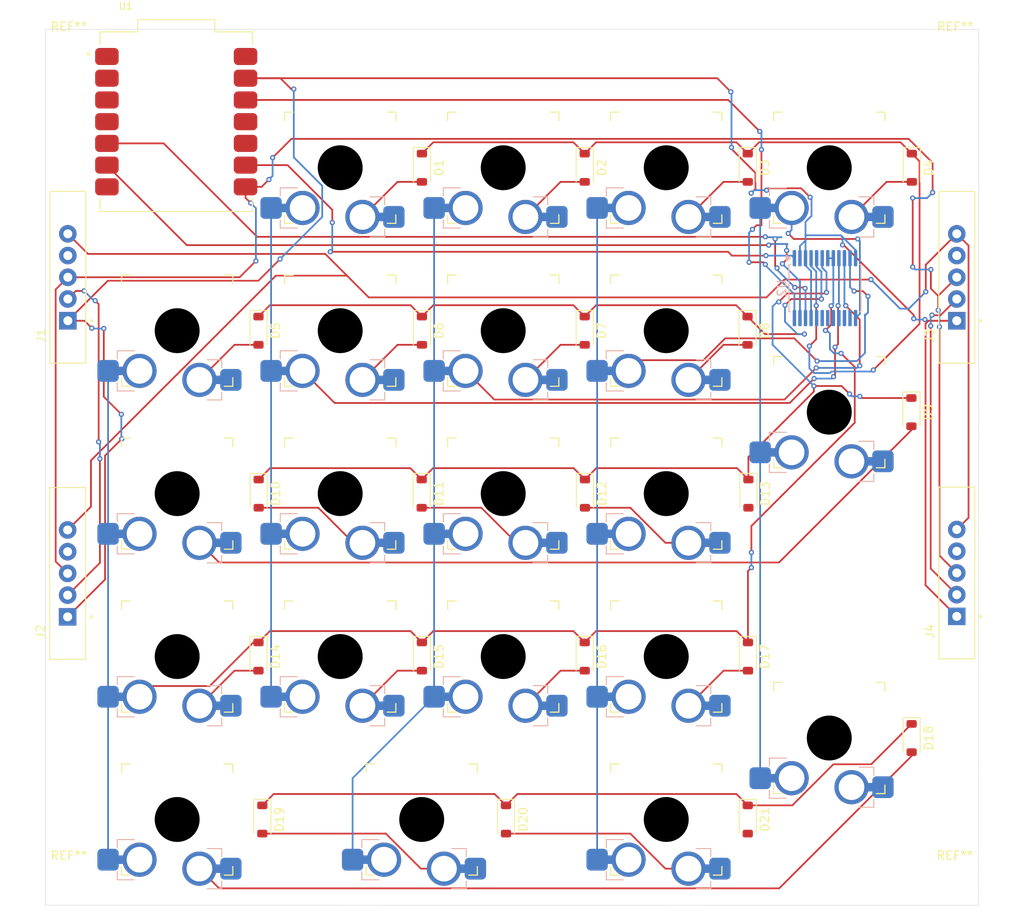
<source format=kicad_pcb>
(kicad_pcb (version 20241229) (generator "pcbnew") (generator_version "9.0")
  (layers (0 "F.Cu" signal) (2 "B.Cu" signal) (13 "F.Paste" user) (15 "B.Paste" user) (5 "F.SilkS" user "F.Silkscreen") (7 "B.SilkS" user "B.Silkscreen") (1 "F.Mask" user) (3 "B.Mask" user) (25 "Edge.Cuts" user))
  (net 0 "")
  (net 1 "Key_Row1")
  (net 2 "Net-(D1-A)")
  (net 3 "Net-(D2-A)")
  (net 4 "Net-(D3-A)")
  (net 5 "Net-(D4-A)")
  (net 6 "Net-(D5-A)")
  (net 7 "Key_Row2")
  (net 8 "Net-(D6-A)")
  (net 9 "Net-(D7-A)")
  (net 10 "Net-(D8-A)")
  (net 11 "Key_Row3")
  (net 12 "Net-(D9-A)")
  (net 13 "Net-(D10-A)")
  (net 14 "Net-(D11-A)")
  (net 15 "Net-(D12-A)")
  (net 16 "Net-(D13-A)")
  (net 17 "Key_Col1")
  (net 18 "Net-(D14-A)")
  (net 19 "Net-(D15-A)")
  (net 20 "Net-(D16-A)")
  (net 21 "Net-(D17-A)")
  (net 22 "Key_Row5")
  (net 23 "Net-(D18-A)")
  (net 24 "Net-(D19-A)")
  (net 25 "Net-(D20-A)")
  (net 26 "Net-(D21-A)")
  (net 27 "Net-(J1-Pad4)")
  (net 28 "TK")
  (net 29 "+5V")
  (net 30 "RX")
  (net 31 "GND")
  (net 32 "Net-(J2-Pad4)")
  (net 33 "3V")
  (net 34 "Key_Col2")
  (net 35 "Key_Col3")
  (net 36 "Key_Col4")
  (net 37 "Key_Col5")
  (net 38 "SDA")
  (net 44 "TX")
  (net 45 "5V")
  (net 46 "MCP_INT")
  (net 48 "SCL")
  (net 56 "Net-(J3-Pad4)")
  (net 57 "Net-(J4-Pad4)")
  (footprint "MountingHole:MountingHole_2.1mm" (layer "F.Cu") (at 127.625 27.35)
    (property "Reference" "REF**")
    (property "Value" "MountingHole_2.1mm")
  )
  (footprint "Diode_SMD:D_SOD-123" (layer "F.Cu") (at 84.325 97.95 -90)
    (property "Reference" "D16")
    (property "Value" "D")
  )
  (footprint "Diode_SMD:D_SOD-123" (layer "F.Cu") (at 46.2 59.85 -90)
    (property "Reference" "D5")
    (property "Value" "D")
  )
  (footprint "Diode_SMD:D_SOD-123" (layer "F.Cu") (at 103.45 78.9 -90)
    (property "Reference" "D13")
    (property "Value" "D")
  )
  (footprint "Diode_SMD:D_SOD-123" (layer "F.Cu") (at 46.225 78.9 -90)
    (property "Reference" "D10")
    (property "Value" "D")
  )
  (footprint "Diode_SMD:D_SOD-123" (layer "F.Cu") (at 103.4 97.95 -90)
    (property "Reference" "D17")
    (property "Value" "D")
  )
  (footprint "Diode_SMD:D_SOD-123" (layer "F.Cu") (at 84.325 59.85 -90)
    (property "Reference" "D7")
    (property "Value" "D")
  )
  (footprint "Diode_SMD:D_SOD-123" (layer "F.Cu") (at 103.375 117 -90)
    (property "Reference" "D21")
    (property "Value" "D")
  )
  (footprint "Switches_keyboard:SW_Gateron_LowProfile_HotSwap_PTH" (layer "F.Cu") (at 36.7 78.9)
    (property "Reference" "SW10" (hide yes))
    (property "Value" "SW_Push" (hide yes))
  )
  (footprint "102010428 (1):MODULE_102010428" (layer "F.Cu") (at 36.5895 35.412)
    (property "Reference" "U1")
    (property "Value" "XIAO-RP2040-SMD")
  )
  (footprint "Diode_SMD:D_SOD-123" (layer "F.Cu") (at 122.55 40.8 -90)
    (property "Reference" "D4")
    (property "Value" "D")
  )
  (footprint "MountingHole:MountingHole_2.1mm" (layer "F.Cu") (at 24.05 27.35)
    (property "Reference" "REF**")
    (property "Value" "MountingHole_2.1mm")
  )
  (footprint "5413:ADAFRUIT_5413" (layer "F.Cu") (at 23.9 88.23 90)
    (property "Reference" "J2")
    (property "Value" "5413")
  )
  (footprint "MountingHole:MountingHole_2.1mm" (layer "F.Cu") (at 24.05 124.275)
    (property "Reference" "REF**")
    (property "Value" "MountingHole_2.1mm")
  )
  (footprint "MountingHole:MountingHole_2.1mm" (layer "F.Cu") (at 127.575 124.275)
    (property "Reference" "REF**")
    (property "Value" "MountingHole_2.1mm")
  )
  (footprint "Diode_SMD:D_SOD-123" (layer "F.Cu") (at 84.35 78.9 -90)
    (property "Reference" "D12")
    (property "Value" "D")
  )
  (footprint "Switches_keyboard:SW_Gateron_LowProfile_HotSwap_PTH" (layer "F.Cu") (at 55.75 59.85)
    (property "Reference" "SW6" (hide yes))
    (property "Value" "SW_Push" (hide yes))
  )
  (footprint "Switches_keyboard:SW_Gateron_LowProfile_HotSwap_PTH" (layer "F.Cu") (at 93.85 97.95)
    (property "Reference" "SW17" (hide yes))
    (property "Value" "SW_Push" (hide yes))
  )
  (footprint "Diode_SMD:D_SOD-123" (layer "F.Cu") (at 84.325 40.8 -90)
    (property "Reference" "D2")
    (property "Value" "D")
  )
  (footprint "Switches_keyboard:SW_Gateron_LowProfile_HotSwap_PTH" (layer "F.Cu") (at 55.75 78.9)
    (property "Reference" "SW11" (hide yes))
    (property "Value" "SW_Push" (hide yes))
  )
  (footprint "Switches_keyboard:SW_Gateron_LowProfile_HotSwap_PTH" (layer "F.Cu") (at 74.8 40.8)
    (property "Reference" "SW2" (hide yes))
    (property "Value" "SW_Push" (hide yes))
  )
  (footprint "Switches_keyboard:SW_Gateron_LowProfile_HotSwap_PTH" (layer "F.Cu") (at 74.8 78.9)
    (property "Reference" "SW12" (hide yes))
    (property "Value" "SW_Push" (hide yes))
  )
  (footprint "Switches_keyboard:SW_Gateron_LowProfile_HotSwap_PTH" (layer "F.Cu") (at 93.85 59.85)
    (property "Reference" "SW8" (hide yes))
    (property "Value" "SW_Push" (hide yes))
  )
  (footprint "Diode_SMD:D_SOD-123" (layer "F.Cu") (at 103.35 59.85 -90)
    (property "Reference" "D8")
    (property "Value" "D")
  )
  (footprint "Diode_SMD:D_SOD-123" (layer "F.Cu") (at 46.2 97.95 -90)
    (property "Reference" "D14")
    (property "Value" "D")
  )
  (footprint "5413:ADAFRUIT_5413" (layer "F.Cu") (at 23.925 53.605 90)
    (property "Reference" "J1")
    (property "Value" "5413")
  )
  (footprint "Switches_keyboard:SW_Gateron_LowProfile_HotSwap_PTH" (layer "F.Cu") (at 93.85 117)
    (property "Reference" "SW21" (hide yes))
    (property "Value" "SW_Push" (hide yes))
  )
  (footprint "Diode_SMD:D_SOD-123" (layer "F.Cu") (at 122.5 69.375 -90)
    (property "Reference" "D9")
    (property "Value" "D")
  )
  (footprint "Diode_SMD:D_SOD-123" (layer "F.Cu") (at 75.125 117 -90)
    (property "Reference" "D20")
    (property "Value" "D")
  )
  (footprint "Switches_keyboard:SW_Gateron_LowProfile_HotSwap_PTH" (layer "F.Cu") (at 93.85 40.8)
    (property "Reference" "SW3" (hide yes))
    (property "Value" "SW_Push" (hide yes))
  )
  (footprint "Diode_SMD:D_SOD-123" (layer "F.Cu") (at 46.65 117 -90)
    (property "Reference" "D19")
    (property "Value" "D")
  )
  (footprint "5413:ADAFRUIT_5413" (layer "F.Cu") (at 127.8 53.605 90)
    (property "Reference" "J3")
    (property "Value" "5413")
  )
  (footprint "Diode_SMD:D_SOD-123" (layer "F.Cu") (at 122.525 107.475 -90)
    (property "Reference" "D18")
    (property "Value" "D")
  )
  (footprint "Diode_SMD:D_SOD-123" (layer "F.Cu") (at 65.3 59.85 -90)
    (property "Reference" "D6")
    (property "Value" "D")
  )
  (footprint "Diode_SMD:D_SOD-123" (layer "F.Cu") (at 65.275 78.9 -90)
    (property "Reference" "D11")
    (property "Value" "D")
  )
  (footprint "5413:ADAFRUIT_5413" (layer "F.Cu") (at 127.8 88.175 90)
    (property "Reference" "J4")
    (property "Value" "5413")
  )
  (footprint "Switches_keyboard:SW_Gateron_LowProfile_HotSwap_PTH" (layer "F.Cu") (at 112.9 69.375)
    (property "Reference" "SW9" (hide yes))
    (property "Value" "SW_Push" (hide yes))
  )
  (footprint "Switches_keyboard:SW_Gateron_LowProfile_HotSwap_PTH" (layer "F.Cu") (at 112.9 107.475)
    (property "Reference" "SW18" (hide yes))
    (property "Value" "SW_Push" (hide yes))
  )
  (footprint "Switches_keyboard:SW_Gateron_LowProfile_HotSwap_PTH" (layer "F.Cu") (at 112.9 40.8)
    (property "Reference" "SW4" (hide yes))
    (property "Value" "SW_Push" (hide yes))
  )
  (footprint "Switches_keyboard:SW_Gateron_LowProfile_HotSwap_PTH" (layer "F.Cu") (at 36.7 59.85)
    (property "Reference" "SW5" (hide yes))
    (property "Value" "SW_Push" (hide yes))
  )
  (footprint "Switches_keyboard:SW_Gateron_LowProfile_HotSwap_PTH" (layer "F.Cu") (at 74.8 97.95)
    (property "Reference" "SW16" (hide yes))
    (property "Value" "SW_Push" (hide yes))
  )
  (footprint "Switches_keyboard:SW_Gateron_LowProfile_HotSwap_PTH" (layer "F.Cu") (at 36.7 117)
    (property "Reference" "SW19" (hide yes))
    (property "Value" "SW_Push" (hide yes))
  )
  (footprint "Diode_SMD:D_SOD-123" (layer "F.Cu") (at 65.3 40.8 -90)
    (property "Reference" "D1")
    (property "Value" "D")
  )
  (footprint "Diode_SMD:D_SOD-123" (layer "F.Cu") (at 65.3 97.95 -90)
    (property "Reference" "D15")
    (property "Value" "D")
  )
  (footprint "Switches_keyboard:SW_Gateron_LowProfile_HotSwap_PTH" (layer "F.Cu") (at 55.75 40.8)
    (property "Reference" "SW1" (hide yes))
    (property "Value" "SW_Push" (hide yes))
  )
  (footprint "Diode_SMD:D_SOD-123" (layer "F.Cu") (at 103.375 40.8 -90)
    (property "Reference" "D3")
    (property "Value" "D")
  )
  (footprint "Switches_keyboard:SW_Gateron_LowProfile_HotSwap_PTH" (layer "F.Cu") (at 74.8 59.85)
    (property "Reference" "SW7" (hide yes))
    (property "Value" "SW_Push" (hide yes))
  )
  (footprint "Switches_keyboard:SW_Gateron_LowProfile_HotSwap_PTH" (layer "F.Cu") (at 65.275 117)
    (property "Reference" "SW20" (hide yes))
    (property "Value" "SW_Push" (hide yes))
  )
  (footprint "Switches_keyboard:SW_Gateron_LowProfile_HotSwap_PTH" (layer "F.Cu") (at 36.7 97.95)
    (property "Reference" "SW14" (hide yes))
    (property "Value" "SW_Push" (hide yes))
  )
  (footprint "Switches_keyboard:SW_Gateron_LowProfile_HotSwap_PTH" (layer "F.Cu") (at 93.85 78.9)
    (property "Reference" "SW13" (hide yes))
    (property "Value" "SW_Push" (hide yes))
  )
  (footprint "Switches_keyboard:SW_Gateron_LowProfile_HotSwap_PTH" (layer "F.Cu") (at 55.75 97.95)
    (property "Reference" "SW15" (hide yes))
    (property "Value" "SW_Push" (hide yes))
  )
  (footprint "Package_SO:SSOP-24_5.3x8.2mm_P0.65mm" (layer "B.Cu") (at 112.4 54.875 -90)
    (property "Reference" "U2")
    (property "Value" "PCF8575DBR")
  )
  (gr_line (start 130.375 24.6) (end 130.325 127.025) (stroke (width 0.05)) (layer "Edge.Cuts"))
  (gr_line (start 124.675 127.025) (end 25.99998 127.014989) (stroke (width 0.05)) (layer "Edge.Cuts"))
  (gr_line (start 21.3 24.6) (end 21.3 127.014512) (stroke (width 0.05)) (layer "Edge.Cuts"))
  (gr_line (start 130.325 127.025) (end 124.675 127.025) (stroke (width 0.05)) (layer "Edge.Cuts"))
  (gr_line (start 21.3 24.6) (end 124.675 24.6) (stroke (width 0.05)) (layer "Edge.Cuts"))
  (gr_line (start 25.99998 127.014989) (end 21.3 127.014512) (stroke (width 0.05)) (layer "Edge.Cuts"))
  (gr_line (start 130.375 24.6) (end 124.675 24.6) (stroke (width 0.05)) (layer "Edge.Cuts"))
  (segment (start 121.224 37.824) (end 122.55 39.15) (width 0.2) (layer "F.Cu") (net 1))
  (segment (start 84.325 39.15) (end 85.651 37.824) (width 0.2) (layer "F.Cu") (net 1))
  (segment (start 84.325 39.15) (end 82.999 37.824) (width 0.2) (layer "F.Cu") (net 1))
  (segment (start 85.651 37.824) (end 102.049 37.824) (width 0.2) (layer "F.Cu") (net 1))
  (segment (start 123.451 40.051) (end 123.451 59.048996) (width 0.2) (layer "F.Cu") (net 1))
  (segment (start 66.626 37.824) (end 65.3 39.15) (width 0.2) (layer "F.Cu") (net 1))
  (segment (start 123.451 59.048996) (end 118.049263 64.450733) (width 0.2) (layer "F.Cu") (net 1))
  (segment (start 102.049 37.824) (end 103.375 39.15) (width 0.2) (layer "F.Cu") (net 1))
  (segment (start 122.55 39.15) (end 123.451 40.051) (width 0.2) (layer "F.Cu") (net 1))
  (segment (start 103.375 39.15) (end 104.701 37.824) (width 0.2) (layer "F.Cu") (net 1))
  (segment (start 104.701 37.824) (end 121.224 37.824) (width 0.2) (layer "F.Cu") (net 1))
  (segment (start 111.377717 60.847283) (end 110.575 61.65) (width 0.2) (layer "F.Cu") (net 1))
  (segment (start 111.377717 56.925) (end 111.377717 60.847283) (width 0.2) (layer "F.Cu") (net 1))
  (segment (start 82.999 37.824) (end 66.626 37.824) (width 0.2) (layer "F.Cu") (net 1))
  (via (at 118.049263 64.450733) (size 0.6) (drill 0.3) (layers "F.Cu" "B.Cu") (net 1))
  (via (at 111.377717 56.925) (size 0.6) (drill 0.3) (layers "F.Cu" "B.Cu") (net 1))
  (via (at 110.575 61.65) (size 0.6) (drill 0.3) (layers "F.Cu" "B.Cu") (net 1))
  (segment (start 110.775 52.324999) (end 111.377717 52.927716) (width 0.2) (layer "B.Cu") (net 1))
  (segment (start 117.875996 64.624) (end 113.151057 64.624) (width 0.2) (layer "B.Cu") (net 1))
  (segment (start 111.377717 52.927716) (end 111.377717 56.925) (width 0.2) (layer "B.Cu") (net 1))
  (segment (start 110.575 64.249943) (end 110.575 61.65) (width 0.2) (layer "B.Cu") (net 1))
  (segment (start 118.049263 64.450733) (end 117.875996 64.624) (width 0.2) (layer "B.Cu") (net 1))
  (segment (start 113.151057 64.624) (end 112.974057 64.801) (width 0.2) (layer "B.Cu") (net 1))
  (segment (start 110.775 51.375) (end 110.775 52.324999) (width 0.2) (layer "B.Cu") (net 1))
  (segment (start 112.974057 64.801) (end 111.126057 64.801) (width 0.2) (layer "B.Cu") (net 1))
  (segment (start 111.126057 64.801) (end 110.575 64.249943) (width 0.2) (layer "B.Cu") (net 1))
  (segment (start 65.3 42.45) (end 62.45 42.45) (width 0.2) (layer "F.Cu") (net 2))
  (segment (start 62.45 42.45) (end 58.35 46.55) (width 0.2) (layer "F.Cu") (net 2))
  (segment (start 84.325 42.45) (end 81.5 42.45) (width 0.2) (layer "F.Cu") (net 3))
  (segment (start 81.5 42.45) (end 77.4 46.55) (width 0.2) (layer "F.Cu") (net 3))
  (segment (start 100.55 42.45) (end 96.45 46.55) (width 0.2) (layer "F.Cu") (net 4))
  (segment (start 103.375 42.45) (end 100.55 42.45) (width 0.2) (layer "F.Cu") (net 4))
  (segment (start 122.55 42.45) (end 119.6 42.45) (width 0.2) (layer "F.Cu") (net 5))
  (segment (start 119.6 42.45) (end 115.5 46.55) (width 0.2) (layer "F.Cu") (net 5))
  (segment (start 43.4 61.5) (end 39.3 65.6) (width 0.2) (layer "F.Cu") (net 6))
  (segment (start 46.2 61.5) (end 43.4 61.5) (width 0.2) (layer "F.Cu") (net 6))
  (segment (start 66.626 56.874) (end 82.999 56.874) (width 0.2) (layer "F.Cu") (net 7))
  (segment (start 63.974 56.874) (end 65.3 58.2) (width 0.2) (layer "F.Cu") (net 7))
  (segment (start 85.651 56.874) (end 102.024 56.874) (width 0.2) (layer "F.Cu") (net 7))
  (segment (start 82.999 56.874) (end 84.325 58.2) (width 0.2) (layer "F.Cu") (net 7))
  (segment (start 84.325 58.2) (end 85.651 56.874) (width 0.2) (layer "F.Cu") (net 7))
  (segment (start 105.4 60.25) (end 103.35 58.2) (width 0.2) (layer "F.Cu") (net 7))
  (segment (start 65.3 58.2) (end 66.626 56.874) (width 0.2) (layer "F.Cu") (net 7))
  (segment (start 110 60.25) (end 105.4 60.25) (width 0.2) (layer "F.Cu") (net 7))
  (segment (start 108.45 56.15) (end 107.725 56.875) (width 0.2) (layer "F.Cu") (net 7))
  (segment (start 46.2 58.2) (end 47.526 56.874) (width 0.2) (layer "F.Cu") (net 7))
  (segment (start 102.024 56.874) (end 103.35 58.2) (width 0.2) (layer "F.Cu") (net 7))
  (segment (start 111.977717 56.15) (end 108.45 56.15) (width 0.2) (layer "F.Cu") (net 7))
  (segment (start 47.526 56.874) (end 63.974 56.874) (width 0.2) (layer "F.Cu") (net 7))
  (via (at 107.725 56.875) (size 0.6) (drill 0.3) (layers "F.Cu" "B.Cu") (net 7))
  (via (at 111.977717 56.15) (size 0.6) (drill 0.3) (layers "F.Cu" "B.Cu") (net 7))
  (via (at 110 60.25) (size 0.6) (drill 0.3) (layers "F.Cu" "B.Cu") (net 7))
  (segment (start 107.725 56.875) (end 107.725 58.79487) (width 0.2) (layer "B.Cu") (net 7))
  (segment (start 111.425 51.375) (end 111.425 52.407899) (width 0.2) (layer "B.Cu") (net 7))
  (segment (start 111.425 52.407899) (end 111.977717 52.960616) (width 0.2) (layer "B.Cu") (net 7))
  (segment (start 107.725 58.79487) (end 109.18013 60.25) (width 0.2) (layer "B.Cu") (net 7))
  (segment (start 111.977717 52.960616) (end 111.977717 56.15) (width 0.2) (layer "B.Cu") (net 7))
  (segment (start 109.18013 60.25) (end 110 60.25) (width 0.2) (layer "B.Cu") (net 7))
  (segment (start 62.45 61.5) (end 58.35 65.6) (width 0.2) (layer "F.Cu") (net 8))
  (segment (start 65.3 61.5) (end 62.45 61.5) (width 0.2) (layer "F.Cu") (net 8))
  (segment (start 81.5 61.5) (end 77.4 65.6) (width 0.2) (layer "F.Cu") (net 9))
  (segment (start 84.325 61.5) (end 81.5 61.5) (width 0.2) (layer "F.Cu") (net 9))
  (segment (start 103.35 61.5) (end 100.55 61.5) (width 0.2) (layer "F.Cu") (net 10))
  (segment (start 100.55 61.5) (end 96.45 65.6) (width 0.2) (layer "F.Cu") (net 10))
  (segment (start 47.551 75.924) (end 63.949 75.924) (width 0.2) (layer "F.Cu") (net 11))
  (segment (start 111.104455 66.961845) (end 103.45 74.6163) (width 0.2) (layer "F.Cu") (net 11))
  (segment (start 111.104455 66.319075) (end 111.104455 66.961845) (width 0.2) (layer "F.Cu") (net 11))
  (segment (start 85.676 75.924) (end 102.124 75.924) (width 0.2) (layer "F.Cu") (net 11))
  (segment (start 46.225 77.25) (end 47.551 75.924) (width 0.2) (layer "F.Cu") (net 11))
  (segment (start 83.024 75.924) (end 84.35 77.25) (width 0.2) (layer "F.Cu") (net 11))
  (segment (start 103.45 74.6163) (end 103.45 77.25) (width 0.2) (layer "F.Cu") (net 11))
  (segment (start 112.577717 55.375) (end 112.451689 55.501028) (width 0.2) (layer "F.Cu") (net 11))
  (segment (start 112.451689 55.501028) (end 107.983387 55.501028) (width 0.2) (layer "F.Cu") (net 11))
  (segment (start 115.276 67.25) (end 114.345075 66.319075) (width 0.2) (layer "F.Cu") (net 11))
  (segment (start 84.35 77.25) (end 85.676 75.924) (width 0.2) (layer "F.Cu") (net 11))
  (segment (start 107.983387 55.501028) (end 107.000382 56.484033) (width 0.2) (layer "F.Cu") (net 11))
  (segment (start 114.345075 66.319075) (end 111.104455 66.319075) (width 0.2) (layer "F.Cu") (net 11))
  (segment (start 63.949 75.924) (end 65.275 77.25) (width 0.2) (layer "F.Cu") (net 11))
  (segment (start 65.275 77.25) (end 66.601 75.924) (width 0.2) (layer "F.Cu") (net 11))
  (segment (start 66.601 75.924) (end 83.024 75.924) (width 0.2) (layer "F.Cu") (net 11))
  (segment (start 120.475001 67.725) (end 116.676 67.725) (width 0.2) (layer "F.Cu") (net 11))
  (segment (start 116.676 67.725) (end 116.476 67.525) (width 0.2) (layer "F.Cu") (net 11))
  (segment (start 120.475001 67.725) (end 122.5 67.725) (width 0.2) (layer "F.Cu") (net 11))
  (segment (start 102.124 75.924) (end 103.45 77.25) (width 0.2) (layer "F.Cu") (net 11))
  (via (at 107.000382 56.484033) (size 0.6) (drill 0.3) (layers "F.Cu" "B.Cu") (net 11))
  (via (at 112.577717 55.375) (size 0.6) (drill 0.3) (layers "F.Cu" "B.Cu") (net 11))
  (via (at 111.104455 66.319075) (size 0.6) (drill 0.3) (layers "F.Cu" "B.Cu") (net 11))
  (via (at 116.476 67.525) (size 0.6) (drill 0.3) (layers "F.Cu" "B.Cu") (net 11))
  (via (at 115.276 67.25) (size 0.6) (drill 0.3) (layers "F.Cu" "B.Cu") (net 11))
  (segment (start 106.816024 56.484033) (end 106.274735 57.025322) (width 0.2) (layer "B.Cu") (net 11))
  (segment (start 112.075 51.375) (end 112.075 52.490799) (width 0.2) (layer "B.Cu") (net 11))
  (segment (start 106.274735 61.489355) (end 111.104455 66.319075) (width 0.2) (layer "B.Cu") (net 11))
  (segment (start 106.274735 57.025322) (end 106.274735 61.489355) (width 0.2) (layer "B.Cu") (net 11))
  (segment (start 116.476 67.525) (end 115.551 67.525) (width 0.2) (layer "B.Cu") (net 11))
  (segment (start 112.075 52.490799) (end 112.577717 52.993516) (width 0.2) (layer "B.Cu") (net 11))
  (segment (start 112.577717 52.993516) (end 112.577717 55.375) (width 0.2) (layer "B.Cu") (net 11))
  (segment (start 107.000382 56.484033) (end 106.816024 56.484033) (width 0.2) (layer "B.Cu") (net 11))
  (segment (start 115.551 67.525) (end 115.276 67.25) (width 0.2) (layer "B.Cu") (net 11))
  (segment (start 122.5 71.475) (end 107.024 86.951) (width 0.2) (layer "F.Cu") (net 12))
  (segment (start 122.5 71.025) (end 122.5 71.475) (width 0.2) (layer "F.Cu") (net 12))
  (segment (start 107.024 86.951) (end 41.601 86.951) (width 0.2) (layer "F.Cu") (net 12))
  (segment (start 41.601 86.951) (end 39.3 84.65) (width 0.2) (layer "F.Cu") (net 12))
  (segment (start 57.2913 84.65) (end 53.1913 80.55) (width 0.2) (layer "F.Cu") (net 13))
  (segment (start 53.1913 80.55) (end 46.225 80.55) (width 0.2) (layer "F.Cu") (net 13))
  (segment (start 58.35 84.65) (end 57.2913 84.65) (width 0.2) (layer "F.Cu") (net 13))
  (segment (start 72.2413 80.55) (end 65.275 80.55) (width 0.2) (layer "F.Cu") (net 14))
  (segment (start 76.3413 84.65) (end 72.2413 80.55) (width 0.2) (layer "F.Cu") (net 14))
  (segment (start 77.4 84.65) (end 76.3413 84.65) (width 0.2) (layer "F.Cu") (net 14))
  (segment (start 89.654106 80.55) (end 84.35 80.55) (width 0.2) (layer "F.Cu") (net 15))
  (segment (start 96.45 84.65) (end 93.754106 84.65) (width 0.2) (layer "F.Cu") (net 15))
  (segment (start 93.754106 84.65) (end 89.654106 80.55) (width 0.2) (layer "F.Cu") (net 15))
  (segment (start 113.118915 59.156085) (end 112.45 59.825) (width 0.2) (layer "F.Cu") (net 17))
  (segment (start 85.651 94.974) (end 84.325 96.3) (width 0.2) (layer "F.Cu") (net 17))
  (segment (start 66.626 94.974) (end 65.3 96.3) (width 0.2) (layer "F.Cu") (net 17))
  (segment (start 115.876 64.101) (end 114.275 62.5) (width 0.2) (layer "F.Cu") (net 17))
  (segment (start 84.325 96.3) (end 82.999 94.974) (width 0.2) (layer "F.Cu") (net 17))
  (segment (start 103.4 96.3) (end 102.074 94.974) (width 0.2) (layer "F.Cu") (net 17))
  (segment (start 103.4 87.951) (end 103.8 87.551) (width 0.2) (layer "F.Cu") (net 17))
  (segment (start 33.551 101.399) (end 40.501 101.399) (width 0.2) (layer "F.Cu") (net 17))
  (segment (start 65.3 96.3) (end 63.974 94.974) (width 0.2) (layer "F.Cu") (net 17))
  (segment (start 113.118915 56.944699) (end 113.118915 59.156085) (width 0.2) (layer "F.Cu") (net 17))
  (segment (start 32.3 102.65) (end 33.551 101.399) (width 0.2) (layer "F.Cu") (net 17))
  (segment (start 115.876 70.6077) (end 115.876 64.101) (width 0.2) (layer "F.Cu") (net 17))
  (segment (start 103.4 96.3) (end 103.4 87.951) (width 0.2) (layer "F.Cu") (net 17))
  (segment (start 47.526 94.974) (end 46.2 96.3) (width 0.2) (layer "F.Cu") (net 17))
  (segment (start 82.999 94.974) (end 66.626 94.974) (width 0.2) (layer "F.Cu") (net 17))
  (segment (start 45.6 96.3) (end 46.2 96.3) (width 0.2) (layer "F.Cu") (net 17))
  (segment (start 40.501 101.399) (end 45.6 96.3) (width 0.2) (layer "F.Cu") (net 17))
  (segment (start 103.8 82.6837) (end 115.876 70.6077) (width 0.2) (layer "F.Cu") (net 17))
  (segment (start 102.074 94.974) (end 85.651 94.974) (width 0.2) (layer "F.Cu") (net 17))
  (segment (start 63.974 94.974) (end 47.526 94.974) (width 0.2) (layer "F.Cu") (net 17))
  (segment (start 103.8 85.775) (end 103.8 82.6837) (width 0.2) (layer "F.Cu") (net 17))
  (via (at 114.275 62.5) (size 0.6) (drill 0.3) (layers "F.Cu" "B.Cu") (net 17))
  (via (at 103.8 87.551) (size 0.6) (drill 0.3) (layers "F.Cu" "B.Cu") (net 17))
  (via (at 113.118915 56.944699) (size 0.6) (drill 0.3) (layers "F.Cu" "B.Cu") (net 17))
  (via (at 103.8 85.775) (size 0.6) (drill 0.3) (layers "F.Cu" "B.Cu") (net 17))
  (via (at 112.45 59.825) (size 0.6) (drill 0.3) (layers "F.Cu" "B.Cu") (net 17))
  (segment (start 113.375 51.375) (end 113.375 56.688614) (width 0.2) (layer "B.Cu") (net 17))
  (segment (start 113.375 56.688614) (end 113.118915 56.944699) (width 0.2) (layer "B.Cu") (net 17))
  (segment (start 28.625 64.55) (end 28.625 83.6) (width 0.2) (layer "B.Cu") (net 17))
  (segment (start 28.625 83.6) (end 28.625 102.65) (width 0.2) (layer "B.Cu") (net 17))
  (segment (start 28.625 102.65) (end 28.625 121.7) (width 0.2) (layer "B.Cu") (net 17))
  (segment (start 113.450057 62.5) (end 112.974 62.023943) (width 0.2) (layer "B.Cu") (net 17))
  (segment (start 112.623 59.825) (end 112.974 60.176) (width 0.2) (layer "B.Cu") (net 17))
  (segment (start 114.275 62.5) (end 113.450057 62.5) (width 0.2) (layer "B.Cu") (net 17))
  (segment (start 103.8 87.551) (end 103.8 85.775) (width 0.2) (layer "B.Cu") (net 17))
  (segment (start 112.45 59.825) (end 112.623 59.825) (width 0.2) (layer "B.Cu") (net 17))
  (segment (start 112.725 51.375) (end 113.375 51.375) (width 0.2) (layer "B.Cu") (net 17))
  (segment (start 112.974 62.023943) (end 112.974 60.176) (width 0.2) (layer "B.Cu") (net 17))
  (segment (start 43.4 99.6) (end 39.3 103.7) (width 0.2) (layer "F.Cu") (net 18))
  (segment (start 46.2 99.6) (end 43.4 99.6) (width 0.2) (layer "F.Cu") (net 18))
  (segment (start 62.45 99.6) (end 58.35 103.7) (width 0.2) (layer "F.Cu") (net 19))
  (segment (start 65.3 99.6) (end 62.45 99.6) (width 0.2) (layer "F.Cu") (net 19))
  (segment (start 81.5 99.6) (end 77.4 103.7) (width 0.2) (layer "F.Cu") (net 20))
  (segment (start 84.325 99.6) (end 81.5 99.6) (width 0.2) (layer "F.Cu") (net 20))
  (segment (start 103.4 99.6) (end 100.55 99.6) (width 0.2) (layer "F.Cu") (net 21))
  (segment (start 100.55 99.6) (end 96.45 103.7) (width 0.2) (layer "F.Cu") (net 21))
  (segment (start 73.799 114.024) (end 75.125 115.35) (width 0.2) (layer "F.Cu") (net 22))
  (segment (start 47.976 114.024) (end 73.799 114.024) (width 0.2) (layer "F.Cu") (net 22))
  (segment (start 113.381159 110.547947) (end 108.579106 115.35) (width 0.2) (layer "F.Cu") (net 22))
  (segment (start 76.451 114.024) (end 75.125 115.35) (width 0.2) (layer "F.Cu") (net 22))
  (segment (start 46.65 115.35) (end 47.976 114.024) (width 0.2) (layer "F.Cu") (net 22))
  (segment (start 103.375 115.35) (end 102.049 114.024) (width 0.2) (layer "F.Cu") (net 22))
  (segment (start 117.802053 110.547947) (end 113.381159 110.547947) (width 0.2) (layer "F.Cu") (net 22))
  (segment (start 102.049 114.024) (end 76.451 114.024) (width 0.2) (layer "F.Cu") (net 22))
  (segment (start 108.579106 115.35) (end 103.375 115.35) (width 0.2) (layer "F.Cu") (net 22))
  (segment (start 122.525 105.825) (end 117.802053 110.547947) (width 0.2) (layer "F.Cu") (net 22))
  (segment (start 122.525 109.125) (end 122.525 109.575) (width 0.2) (layer "F.Cu") (net 23))
  (segment (start 107.049 125.051) (end 41.601 125.051) (width 0.2) (layer "F.Cu") (net 23))
  (segment (start 41.601 125.051) (end 39.3 122.75) (width 0.2) (layer "F.Cu") (net 23))
  (segment (start 122.525 109.575) (end 107.049 125.051) (width 0.2) (layer "F.Cu") (net 23))
  (segment (start 67.875 122.75) (end 65.179106 122.75) (width 0.2) (layer "F.Cu") (net 24))
  (segment (start 61.079106 118.65) (end 46.65 118.65) (width 0.2) (layer "F.Cu") (net 24))
  (segment (start 65.179106 122.75) (end 61.079106 118.65) (width 0.2) (layer "F.Cu") (net 24))
  (segment (start 89.654106 118.65) (end 75.125 118.65) (width 0.2) (layer "F.Cu") (net 25))
  (segment (start 96.45 122.75) (end 93.754106 122.75) (width 0.2) (layer "F.Cu") (net 25))
  (segment (start 93.754106 122.75) (end 89.654106 118.65) (width 0.2) (layer "F.Cu") (net 25))
  (segment (start 125.894 58.051) (end 127.8 56.145) (width 0.2) (layer "F.Cu") (net 28))
  (segment (start 124.9 58.025) (end 124.926 58.051) (width 0.2) (layer "F.Cu") (net 28))
  (segment (start 27.525 56.75) (end 27.116765 56.341765) (width 0.2) (layer "F.Cu") (net 28))
  (segment (start 23.9 90.77) (end 27.672212 86.997788) (width 0.2) (layer "F.Cu") (net 28))
  (segment (start 124.75 87.665) (end 124.75 59.285) (width 0.2) (layer "F.Cu") (net 28))
  (segment (start 25.825 55.2) (end 24.87 55.2) (width 0.2) (layer "F.Cu") (net 28))
  (segment (start 27.525 72.85) (end 27.525 56.75) (width 0.2) (layer "F.Cu") (net 28))
  (segment (start 127.8 90.715) (end 124.75 87.665) (width 0.2) (layer "F.Cu") (net 28))
  (segment (start 24.87 55.2) (end 23.925 56.145) (width 0.2) (layer "F.Cu") (net 28))
  (segment (start 27.672212 86.997788) (end 27.672212 74.822212) (width 0.2) (layer "F.Cu") (net 28))
  (segment (start 124.926 58.051) (end 125.894 58.051) (width 0.2) (layer "F.Cu") (net 28))
  (via (at 27.525 72.85) (size 0.6) (drill 0.3) (layers "F.Cu" "B.Cu") (net 28))
  (via (at 27.116765 56.341765) (size 0.6) (drill 0.3) (layers "F.Cu" "B.Cu") (net 28))
  (via (at 124.75 59.285) (size 0.6) (drill 0.3) (layers "F.Cu" "B.Cu") (net 28))
  (via (at 25.825 55.2) (size 0.6) (drill 0.3) (layers "F.Cu" "B.Cu") (net 28))
  (via (at 124.9 58.025) (size 0.6) (drill 0.3) (layers "F.Cu" "B.Cu") (net 28))
  (via (at 27.672212 74.822212) (size 0.6) (drill 0.3) (layers "F.Cu" "B.Cu") (net 28))
  (segment (start 124.75 59.285) (end 124.75 58.175) (width 0.2) (layer "B.Cu") (net 28))
  (segment (start 26.966765 56.341765) (end 25.825 55.2) (width 0.2) (layer "B.Cu") (net 28))
  (segment (start 27.116765 56.341765) (end 26.966765 56.341765) (width 0.2) (layer "B.Cu") (net 28))
  (segment (start 27.672212 74.822212) (end 27.672212 72.997212) (width 0.2) (layer "B.Cu") (net 28))
  (segment (start 124.75 58.175) (end 124.9 58.025) (width 0.2) (layer "B.Cu") (net 28))
  (segment (start 27.672212 72.997212) (end 27.525 72.85) (width 0.2) (layer "B.Cu") (net 28))
  (segment (start 23.9 83.15) (end 26.626 80.424) (width 0.2) (layer "F.Cu") (net 29))
  (segment (start 124.175 52.15) (end 127.8 48.525) (width 0.2) (layer "F.Cu") (net 29))
  (segment (start 56.537529 53.412471) (end 59.083607 55.95855) (width 0.2) (layer "F.Cu") (net 29))
  (segment (start 129.175 49.9) (end 127.8 48.525) (width 0.2) (layer "F.Cu") (net 29))
  (segment (start 26.273943 50.873943) (end 53.999 50.873943) (width 0.2) (layer "F.Cu") (net 29))
  (segment (start 127.8 83.095) (end 129.175 81.72) (width 0.2) (layer "F.Cu") (net 29))
  (segment (start 48.233423 53.412471) (end 56.537529 53.412471) (width 0.2) (layer "F.Cu") (net 29))
  (segment (start 129.175 81.72) (end 129.175 49.9) (width 0.2) (layer "F.Cu") (net 29))
  (segment (start 124.175 55.3) (end 124.175 52.15) (width 0.2) (layer "F.Cu") (net 29))
  (segment (start 26.626 75.019894) (end 48.233423 53.412471) (width 0.2) (layer "F.Cu") (net 29))
  (segment (start 107.64357 53.875) (end 105.56002 55.95855) (width 0.2) (layer "F.Cu") (net 29))
  (segment (start 23.925 48.525) (end 26.273943 50.873943) (width 0.2) (layer "F.Cu") (net 29))
  (segment (start 53.999 50.873943) (end 56.537529 53.412471) (width 0.2) (layer "F.Cu") (net 29))
  (segment (start 117.775 53.875) (end 107.64357 53.875) (width 0.2) (layer "F.Cu") (net 29))
  (segment (start 59.083607 55.95855) (end 105.56002 55.95855) (width 0.2) (layer "F.Cu") (net 29))
  (segment (start 26.626 80.424) (end 26.626 75.019894) (width 0.2) (layer "F.Cu") (net 29))
  (via (at 124.175 55.3) (size 0.6) (drill 0.3) (layers "F.Cu" "B.Cu") (net 29))
  (via (at 117.775 53.875) (size 0.6) (drill 0.3) (layers "F.Cu" "B.Cu") (net 29))
  (segment (start 121.174265 57.274265) (end 117.775 53.875) (width 0.2) (layer "B.Cu") (net 29))
  (segment (start 122.200735 57.274265) (end 121.174265 57.274265) (width 0.2) (layer "B.Cu") (net 29))
  (segment (start 122.200735 57.274265) (end 124.175 55.3) (width 0.2) (layer "B.Cu") (net 29))
  (segment (start 44.6895 44.3145) (end 44.6895 43.032) (width 0.2) (layer "F.Cu") (net 30))
  (segment (start 125.775 86.15) (end 125.775 59.4) (width 0.2) (layer "F.Cu") (net 30))
  (segment (start 122.17311 37.423) (end 50.052 37.423) (width 0.2) (layer "F.Cu") (net 30))
  (segment (start 122.65 52.4) (end 122.65 44.35) (width 0.2) (layer "F.Cu") (net 30))
  (segment (start 124.975 40.22489) (end 122.17311 37.423) (width 0.2) (layer "F.Cu") (net 30))
  (segment (start 47.425 42.175) (end 46.568 43.032) (width 0.2) (layer "F.Cu") (net 30))
  (segment (start 23.9 88.23) (end 22.5 86.83) (width 0.2) (layer "F.Cu") (net 30))
  (segment (start 125.625 55.78) (end 127.8 53.605) (width 0.2) (layer "F.Cu") (net 30))
  (segment (start 46.568 43.032) (end 44.6895 43.032) (width 0.2) (layer "F.Cu") (net 30))
  (segment (start 43.995 53.605) (end 45.9 51.7) (width 0.2) (layer "F.Cu") (net 30))
  (segment (start 125.625 57.45) (end 125.625 55.78) (width 0.2) (layer "F.Cu") (net 30))
  (segment (start 45.3 44.925) (end 44.6895 44.3145) (width 0.2) (layer "F.Cu") (net 30))
  (segment (start 125.625 55.78) (end 124.775 54.93) (width 0.2) (layer "F.Cu") (net 30))
  (segment (start 22.5 86.83) (end 22.5 55.03) (width 0.2) (layer "F.Cu") (net 30))
  (segment (start 127.8 88.175) (end 125.775 86.15) (width 0.2) (layer "F.Cu") (net 30))
  (segment (start 124.775 54.93) (end 124.775 52.7) (width 0.2) (layer "F.Cu") (net 30))
  (segment (start 124.975 43.7) (end 124.975 40.22489) (width 0.2) (layer "F.Cu") (net 30))
  (segment (start 22.5 55.03) (end 23.925 53.605) (width 0.2) (layer "F.Cu") (net 30))
  (segment (start 50.052 37.423) (end 47.85 39.625) (width 0.2) (layer "F.Cu") (net 30))
  (segment (start 23.925 53.605) (end 43.995 53.605) (width 0.2) (layer "F.Cu") (net 30))
  (via (at 122.65 44.35) (size 0.6) (drill 0.3) (layers "F.Cu" "B.Cu") (net 30))
  (via (at 47.85 39.625) (size 0.6) (drill 0.3) (layers "F.Cu" "B.Cu") (net 30))
  (via (at 45.9 51.7) (size 0.6) (drill 0.3) (layers "F.Cu" "B.Cu") (net 30))
  (via (at 124.775 52.7) (size 0.6) (drill 0.3) (layers "F.Cu" "B.Cu") (net 30))
  (via (at 125.625 57.45) (size 0.6) (drill 0.3) (layers "F.Cu" "B.Cu") (net 30))
  (via (at 47.425 42.175) (size 0.6) (drill 0.3) (layers "F.Cu" "B.Cu") (net 30))
  (via (at 45.3 44.925) (size 0.6) (drill 0.3) (layers "F.Cu" "B.Cu") (net 30))
  (via (at 122.65 52.4) (size 0.6) (drill 0.3) (layers "F.Cu" "B.Cu") (net 30))
  (via (at 124.975 43.7) (size 0.6) (drill 0.3) (layers "F.Cu" "B.Cu") (net 30))
  (via (at 125.775 59.4) (size 0.6) (drill 0.3) (layers "F.Cu" "B.Cu") (net 30))
  (segment (start 47.85 41.75) (end 47.425 42.175) (width 0.2) (layer "B.Cu") (net 30))
  (segment (start 122.65 44.35) (end 124.325 44.35) (width 0.2) (layer "B.Cu") (net 30))
  (segment (start 125.775 57.6) (end 125.625 57.45) (width 0.2) (layer "B.Cu") (net 30))
  (segment (start 45.9 51.7) (end 45.9 45.525) (width 0.2) (layer "B.Cu") (net 30))
  (segment (start 122.95 52.7) (end 122.65 52.4) (width 0.2) (layer "B.Cu") (net 30))
  (segment (start 125.775 59.4) (end 125.775 57.6) (width 0.2) (layer "B.Cu") (net 30))
  (segment (start 47.85 39.625) (end 47.85 41.75) (width 0.2) (layer "B.Cu") (net 30))
  (segment (start 45.9 45.525) (end 45.3 44.925) (width 0.2) (layer "B.Cu") (net 30))
  (segment (start 124.325 44.35) (end 124.975 43.7) (width 0.2) (layer "B.Cu") (net 30))
  (segment (start 124.775 52.7) (end 122.95 52.7) (width 0.2) (layer "B.Cu") (net 30))
  (segment (start 48.757 30.332) (end 44.6895 30.332) (width 0.2) (layer "F.Cu") (net 31))
  (segment (start 50.325 31.6) (end 50.025 31.6) (width 0.2) (layer "F.Cu") (net 31))
  (segment (start 101.475 38.60011) (end 101.475 38.425) (width 0.2) (layer "F.Cu") (net 31))
  (segment (start 50.025 31.6) (end 48.757 30.332) (width 0.2) (layer "F.Cu") (net 31))
  (segment (start 114.575 49.825) (end 122.775 58.025) (width 0.2) (layer "F.Cu") (net 31))
  (segment (start 124.149 89.604) (end 127.8 93.255) (width 0.2) (layer "F.Cu") (net 31))
  (segment (start 124.500057 58.685) (end 124.149 59.036057) (width 0.2) (layer "F.Cu") (net 31))
  (segment (start 127.8 58.685) (end 124.500057 58.685) (width 0.2) (layer "F.Cu") (net 31))
  (segment (start 28.273212 74.451788) (end 30.225 72.5) (width 0.2) (layer "F.Cu") (net 31))
  (segment (start 25.86 58.685) (end 23.925 58.685) (width 0.2) (layer "F.Cu") (net 31))
  (segment (start 127.8 58.685) (end 124.21 58.685) (width 0.2) (layer "F.Cu") (net 31))
  (segment (start 28.273212 88.936788) (end 28.273212 74.451788) (width 0.2) (layer "F.Cu") (net 31))
  (segment (start 104.276 41.40111) (end 101.475 38.60011) (width 0.2) (layer "F.Cu") (net 31))
  (segment (start 26.725 59.55) (end 25.86 58.685) (width 0.2) (layer "F.Cu") (net 31))
  (segment (start 28.125 67.575) (end 28.125 59.6) (width 0.2) (layer "F.Cu") (net 31))
  (segment (start 99.807 30.332) (end 44.6895 30.332) (width 0.2) (layer "F.Cu") (net 31))
  (segment (start 23.925 58.685) (end 28.604 54.006) (width 0.2) (layer "F.Cu") (net 31))
  (segment (start 110.664163 44.248436) (end 109.614727 43.199) (width 0.2) (layer "F.Cu") (net 31))
  (segment (start 104.276 43.267491) (end 104.276 41.40111) (width 0.2) (layer "F.Cu") (net 31))
  (segment (start 124.149 59.036057) (end 124.149 89.604) (width 0.2) (layer "F.Cu") (net 31))
  (segment (start 122.775 58.45) (end 122.7 58.375) (width 0.2) (layer "F.Cu") (net 31))
  (segment (start 109.614727 43.199) (end 105.801 43.199) (width 0.2) (layer "F.Cu") (net 31))
  (segment (start 103.773232 43.770259) (end 104.276 43.267491) (width 0.2) (layer "F.Cu") (net 31))
  (segment (start 105.801 43.199) (end 105.575 43.425) (width 0.2) (layer "F.Cu") (net 31))
  (segment (start 28.604 54.006) (end 46.192943 54.006) (width 0.2) (layer "F.Cu") (net 31))
  (segment (start 30.175 69.625) (end 28.125 67.575) (width 0.2) (layer "F.Cu") (net 31))
  (segment (start 101.4 31.925) (end 99.807 30.332) (width 0.2) (layer "F.Cu") (net 31))
  (segment (start 124.21 58.685) (end 124.075 58.55) (width 0.2) (layer "F.Cu") (net 31))
  (segment (start 114.45 49.825) (end 114.575 49.825) (width 0.2) (layer "F.Cu") (net 31))
  (segment (start 23.9 93.31) (end 28.273212 88.936788) (width 0.2) (layer "F.Cu") (net 31))
  (segment (start 46.192943 54.006) (end 48.725 51.473943) (width 0.2) (layer "F.Cu") (net 31))
  (segment (start 122.775 58.025) (end 122.775 58.45) (width 0.2) (layer "F.Cu") (net 31))
  (via (at 114.45 49.825) (size 0.6) (drill 0.3) (layers "F.Cu" "B.Cu") (net 31))
  (via (at 26.725 59.55) (size 0.6) (drill 0.3) (layers "F.Cu" "B.Cu") (net 31))
  (via (at 103.773232 43.770259) (size 0.6) (drill 0.3) (layers "F.Cu" "B.Cu") (net 31))
  (via (at 105.575 43.425) (size 0.6) (drill 0.3) (layers "F.Cu" "B.Cu") (net 31))
  (via (at 110.664163 44.248436) (size 0.6) (drill 0.3) (layers "F.Cu" "B.Cu") (net 31))
  (via (at 50.325 31.6) (size 0.6) (drill 0.3) (layers "F.Cu" "B.Cu") (net 31))
  (via (at 101.4 31.925) (size 0.6) (drill 0.3) (layers "F.Cu" "B.Cu") (net 31))
  (via (at 122.775 58.45) (size 0.6) (drill 0.3) (layers "F.Cu" "B.Cu") (net 31))
  (via (at 28.125 59.6) (size 0.6) (drill 0.3) (layers "F.Cu" "B.Cu") (net 31))
  (via (at 48.725 51.473943) (size 0.6) (drill 0.3) (layers "F.Cu" "B.Cu") (net 31))
  (via (at 101.475 38.425) (size 0.6) (drill 0.3) (layers "F.Cu" "B.Cu") (net 31))
  (via (at 30.225 72.5) (size 0.6) (drill 0.3) (layers "F.Cu" "B.Cu") (net 31))
  (via (at 124.075 58.55) (size 0.6) (drill 0.3) (layers "F.Cu" "B.Cu") (net 31))
  (via (at 30.175 69.625) (size 0.6) (drill 0.3) (layers "F.Cu" "B.Cu") (net 31))
  (segment (start 48.725 51.473943) (end 53.651 46.547943) (width 0.2) (layer "B.Cu") (net 31))
  (segment (start 115.975 51.375) (end 115.975 50.425001) (width 0.2) (layer "B.Cu") (net 31))
  (segment (start 110.826563 44.410836) (end 110.664163 44.248436) (width 0.2) (layer "B.Cu") (net 31))
  (segment (start 110.826563 46.41494) (end 110.826563 44.410836) (width 0.2) (layer "B.Cu") (net 31))
  (segment (start 124.075 58.55) (end 122.875 58.55) (width 0.2) (layer "B.Cu") (net 31))
  (segment (start 109.475 51.375) (end 109.475 49.95) (width 0.2) (layer "B.Cu") (net 31))
  (segment (start 30.175 72.45) (end 30.175 69.625) (width 0.2) (layer "B.Cu") (net 31))
  (segment (start 104.118491 43.425) (end 103.773232 43.770259) (width 0.2) (layer "B.Cu") (net 31))
  (segment (start 114.249999 48.7) (end 114.45 48.900001) (width 0.2) (layer "B.Cu") (net 31))
  (segment (start 30.225 72.5) (end 30.175 72.45) (width 0.2) (layer "B.Cu") (net 31))
  (segment (start 114.45 48.900001) (end 114.45 49.825) (width 0.2) (layer "B.Cu") (net 31))
  (segment (start 110.125 48.7) (end 110.125 47.129106) (width 0.2) (layer "B.Cu") (net 31))
  (segment (start 114.249999 48.7) (end 110.125 48.7) (width 0.2) (layer "B.Cu") (net 31))
  (segment (start 109.475 49.95) (end 110.125 49.3) (width 0.2) (layer "B.Cu") (net 31))
  (segment (start 110.775 52.89487) (end 110.125 52.24487) (width 0.2) (layer "B.Cu") (net 31))
  (segment (start 110.125 49.3) (end 110.125 48.7) (width 0.2) (layer "B.Cu") (net 31))
  (segment (start 50.325 39.5837) (end 50.325 31.6) (width 0.2) (layer "B.Cu") (net 31))
  (segment (start 105.575 43.425) (end 104.118491 43.425) (width 0.2) (layer "B.Cu") (net 31))
  (segment (start 53.651 46.547943) (end 53.651 42.9097) (width 0.2) (layer "B.Cu") (net 31))
  (segment (start 101.475 38.425) (end 101.475 32) (width 0.2) (layer "B.Cu") (net 31))
  (segment (start 28.125 59.6) (end 26.775 59.6) (width 0.2) (layer "B.Cu") (net 31))
  (segment (start 110.775 58.375) (end 110.775 52.89487) (width 0.2) (layer "B.Cu") (net 31))
  (segment (start 122.875 58.55) (end 122.775 58.45) (width 0.2) (layer "B.Cu") (net 31))
  (segment (start 26.775 59.6) (end 26.725 59.55) (width 0.2) (layer "B.Cu") (net 31))
  (segment (start 110.125 52.24487) (end 110.125 51.375) (width 0.2) (layer "B.Cu") (net 31))
  (segment (start 110.125 51.375) (end 110.125 49.3) (width 0.2) (layer "B.Cu") (net 31))
  (segment (start 53.651 42.9097) (end 50.325 39.5837) (width 0.2) (layer "B.Cu") (net 31))
  (segment (start 115.975 50.425001) (end 114.249999 48.7) (width 0.2) (layer "B.Cu") (net 31))
  (segment (start 101.475 32) (end 101.4 31.925) (width 0.2) (layer "B.Cu") (net 31))
  (segment (start 110.125 47.129106) (end 110.826563 46.427543) (width 0.2) (layer "B.Cu") (net 31))
  (segment (start 104.775 36.55) (end 101.097 32.872) (width 0.2) (layer "F.Cu") (net 33))
  (segment (start 105.175 51.85) (end 103.525 51.85) (width 0.2) (layer "F.Cu") (net 33))
  (segment (start 104.4 47.525) (end 104.975 47.525) (width 0.2) (layer "F.Cu") (net 33))
  (segment (start 104.975 47.525) (end 104.975 38.675) (width 0.2) (layer "F.Cu") (net 33))
  (segment (start 103.925 48) (end 104.4 47.525) (width 0.2) (layer "F.Cu") (net 33))
  (segment (start 101.097 32.872) (end 44.6895 32.872) (width 0.2) (layer "F.Cu") (net 33))
  (segment (start 105.425 52.1) (end 105.175 51.85) (width 0.2) (layer "F.Cu") (net 33))
  (via (at 105.425 52.1) (size 0.6) (drill 0.3) (layers "F.Cu" "B.Cu") (net 33))
  (via (at 103.925 48) (size 0.6) (drill 0.3) (layers "F.Cu" "B.Cu") (net 33))
  (via (at 104.975 38.675) (size 0.6) (drill 0.3) (layers "F.Cu" "B.Cu") (net 33))
  (via (at 104.775 36.55) (size 0.6) (drill 0.3) (layers "F.Cu" "B.Cu") (net 33))
  (via (at 103.525 51.85) (size 0.6) (drill 0.3) (layers "F.Cu" "B.Cu") (net 33))
  (segment (start 103.525 48.4) (end 103.925 48) (width 0.2) (layer "B.Cu") (net 33))
  (segment (start 108.825 58.375) (end 108.825 55.599943) (width 0.2) (layer "B.Cu") (net 33))
  (segment (start 104.975 38.675) (end 104.975 36.75) (width 0.2) (layer "B.Cu") (net 33))
  (segment (start 105.425 52.199943) (end 105.425 52.1) (width 0.2) (layer "B.Cu") (net 33))
  (segment (start 108.825 55.599943) (end 105.425 52.199943) (width 0.2) (layer "B.Cu") (net 33))
  (segment (start 104.975 36.75) (end 104.775 36.55) (width 0.2) (layer "B.Cu") (net 33))
  (segment (start 103.525 51.85) (end 103.525 48.4) (width 0.2) (layer "B.Cu") (net 33))
  (segment (start 113.926472 56.925001) (end 113.926472 61.423528) (width 0.2) (layer "F.Cu") (net 34))
  (segment (start 113.575 65.05) (end 113.575 61.775) (width 0.2) (layer "F.Cu") (net 34))
  (segment (start 108.274 68.301) (end 111.125 65.45) (width 0.2) (layer "F.Cu") (net 34))
  (segment (start 55.101 68.301) (end 108.274 68.301) (width 0.2) (layer "F.Cu") (net 34))
  (segment (start 51.35 64.55) (end 55.101 68.301) (width 0.2) (layer "F.Cu") (net 34))
  (segment (start 113.926472 61.423528) (end 113.575 61.775) (width 0.2) (layer "F.Cu") (net 34))
  (segment (start 113.4 65.225) (end 113.575 65.05) (width 0.2) (layer "F.Cu") (net 34))
  (via (at 113.926472 56.925001) (size 0.6) (drill 0.3) (layers "F.Cu" "B.Cu") (net 34))
  (via (at 111.125 65.45) (size 0.6) (drill 0.3) (layers "F.Cu" "B.Cu") (net 34))
  (via (at 113.575 61.775) (size 0.6) (drill 0.3) (layers "F.Cu" "B.Cu") (net 34))
  (via (at 113.4 65.225) (size 0.6) (drill 0.3) (layers "F.Cu" "B.Cu") (net 34))
  (segment (start 114.025 51.375) (end 114.025 56.826473) (width 0.2) (layer "B.Cu") (net 34))
  (segment (start 111.125 65.45) (end 113.175 65.45) (width 0.2) (layer "B.Cu") (net 34))
  (segment (start 113.175 65.45) (end 113.4 65.225) (width 0.2) (layer "B.Cu") (net 34))
  (segment (start 47.675 45.5) (end 47.675 64.55) (width 0.2) (layer "B.Cu") (net 34))
  (segment (start 114.025 56.826473) (end 113.926472 56.925001) (width 0.2) (layer "B.Cu") (net 34))
  (segment (start 47.675 64.55) (end 46.8413 64.55) (width 0.2) (layer "B.Cu") (net 34))
  (segment (start 47.675 83.6) (end 47.675 102.65) (width 0.2) (layer "B.Cu") (net 34))
  (segment (start 47.675 64.55) (end 47.675 83.6) (width 0.2) (layer "B.Cu") (net 34))
  (segment (start 116.457741 58.555434) (end 116.457741 63.954107) (width 0.2) (layer "F.Cu") (net 35))
  (segment (start 107.675 67.9) (end 111.375 64.2) (width 0.2) (layer "F.Cu") (net 35))
  (segment (start 70.4 64.55) (end 73.75 67.9) (width 0.2) (layer "F.Cu") (net 35))
  (segment (start 73.75 67.9) (end 107.675 67.9) (width 0.2) (layer "F.Cu") (net 35))
  (segment (start 114.829285 56.926978) (end 116.457741 58.555434) (width 0.2) (layer "F.Cu") (net 35))
  (via (at 111.375 64.2) (size 0.6) (drill 0.3) (layers "F.Cu" "B.Cu") (net 35))
  (via (at 114.829285 56.926978) (size 0.6) (drill 0.3) (layers "F.Cu" "B.Cu") (net 35))
  (via (at 116.457741 63.954107) (size 0.6) (drill 0.3) (layers "F.Cu" "B.Cu") (net 35))
  (segment (start 111.375 64.2) (end 116.15 64.2) (width 0.2) (layer "B.Cu") (net 35))
  (segment (start 66.725 64.55) (end 66.725 83.6) (width 0.2) (layer "B.Cu") (net 35))
  (segment (start 116.395893 63.954107) (end 116.15 64.2) (width 0.2) (layer "B.Cu") (net 35))
  (segment (start 116.457741 63.954107) (end 116.395893 63.954107) (width 0.2) (layer "B.Cu") (net 35))
  (segment (start 66.725 102.65) (end 57.2 112.175) (width 0.2) (layer "B.Cu") (net 35))
  (segment (start 114.675 51.375) (end 114.675 56.772693) (width 0.2) (layer "B.Cu") (net 35))
  (segment (start 66.725 83.6) (end 66.725 102.65) (width 0.2) (layer "B.Cu") (net 35))
  (segment (start 57.2 112.175) (end 57.2 121.7) (width 0.2) (layer "B.Cu") (net 35))
  (segment (start 114.675 56.772693) (end 114.829285 56.926978) (width 0.2) (layer "B.Cu") (net 35))
  (segment (start 66.725 45.5) (end 66.725 64.55) (width 0.2) (layer "B.Cu") (net 35))
  (segment (start 115.8 55.225) (end 116.825 55.225) (width 0.2) (layer "F.Cu") (net 36))
  (segment (start 116.825 55.225) (end 117.425 55.825) (width 0.2) (layer "F.Cu") (net 36))
  (segment (start 90.701 63.299) (end 98.1839 63.299) (width 0.2) (layer "F.Cu") (net 36))
  (segment (start 108.817726 60.749) (end 111.475 63.406274) (width 0.2) (layer "F.Cu") (net 36))
  (segment (start 98.1839 63.299) (end 100.7339 60.749) (width 0.2) (layer "F.Cu") (net 36))
  (segment (start 100.7339 60.749) (end 108.817726 60.749) (width 0.2) (layer "F.Cu") (net 36))
  (segment (start 89.45 64.55) (end 90.701 63.299) (width 0.2) (layer "F.Cu") (net 36))
  (via (at 115.8 55.225) (size 0.6) (drill 0.3) (layers "F.Cu" "B.Cu") (net 36))
  (via (at 111.475 63.406274) (size 0.6) (drill 0.3) (layers "F.Cu" "B.Cu") (net 36))
  (via (at 117.425 55.825) (size 0.6) (drill 0.3) (layers "F.Cu" "B.Cu") (net 36))
  (segment (start 85.775 64.55) (end 85.775 83.6) (width 0.2) (layer "B.Cu") (net 36))
  (segment (start 116.118726 63.406274) (end 117.075 62.45) (width 0.2) (layer "B.Cu") (net 36))
  (segment (start 111.475 63.406274) (end 116.118726 63.406274) (width 0.2) (layer "B.Cu") (net 36))
  (segment (start 85.775 83.6) (end 85.775 102.65) (width 0.2) (layer "B.Cu") (net 36))
  (segment (start 85.775 102.65) (end 85.775 121.7) (width 0.2) (layer "B.Cu") (net 36))
  (segment (start 117.075 58.075) (end 117.075 62.45) (width 0.2) (layer "B.Cu") (net 36))
  (segment (start 117.425 55.825) (end 117.425 57.725) (width 0.2) (layer "B.Cu") (net 36))
  (segment (start 85.775 45.5) (end 85.775 64.55) (width 0.2) (layer "B.Cu") (net 36))
  (segment (start 117.075 57.95513) (end 117.075 58.075) (width 0.2) (layer "B.Cu") (net 36))
  (segment (start 117.425 57.725) (end 117.075 58.075) (width 0.2) (layer "B.Cu") (net 36))
  (segment (start 115.325 51.375) (end 115.325 54.75) (width 0.2) (layer "B.Cu") (net 36))
  (segment (start 115.325 54.75) (end 115.8 55.225) (width 0.2) (layer "B.Cu") (net 36))
  (segment (start 108.75 49.125) (end 108.1 48.475) (width 0.2) (layer "F.Cu") (net 37))
  (segment (start 116.225 49.125) (end 108.75 49.125) (width 0.2) (layer "F.Cu") (net 37))
  (via (at 116.225 49.125) (size 0.6) (drill 0.3) (layers "F.Cu" "B.Cu") (net 37))
  (via (at 108.1 48.475) (size 0.6) (drill 0.3) (layers "F.Cu" "B.Cu") (net 37))
  (segment (start 104.825 45.5) (end 104.825 74.075) (width 0.2) (layer "B.Cu") (net 37))
  (segment (start 116.476 57.874) (end 116.476 49.376) (width 0.2) (layer "B.Cu") (net 37))
  (segment (start 104.825 74.075) (end 104.825 112.175) (width 0.2) (layer "B.Cu") (net 37))
  (segment (start 115.975 58.375) (end 116.476 57.874) (width 0.2) (layer "B.Cu") (net 37))
  (segment (start 108.1 48.475) (end 108.5 48.075) (width 0.2) (layer "B.Cu") (net 37))
  (segment (start 116.476 49.376) (end 116.225 49.125) (width 0.2) (layer "B.Cu") (net 37))
  (segment (start 108.5 48.075) (end 108.5 45.5) (width 0.2) (layer "B.Cu") (net 37))
  (segment (start 106.575 49.113235) (end 106.575 52.300158) (width 0.2) (layer "F.Cu") (net 38))
  (segment (start 46.045336 48.875) (end 35.122336 37.952) (width 0.2) (layer "F.Cu") (net 38))
  (segment (start 106.575 52.300158) (end 106.803202 52.52836) (width 0.2) (layer "F.Cu") (net 38))
  (segment (start 108.875 54.8) (end 109.975 54.8) (width 0.2) (layer "F.Cu") (net 38))
  (segment (start 109.975 54.8) (end 110.075 54.9) (width 0.2) (layer "F.Cu") (net 38))
  (segment (start 105.425 48.875) (end 46.045336 48.875) (width 0.2) (layer "F.Cu") (net 38))
  (segment (start 35.122336 37.952) (end 28.4895 37.952) (width 0.2) (layer "F.Cu") (net 38))
  (via (at 108.875 54.8) (size 0.6) (drill 0.3) (layers "F.Cu" "B.Cu") (net 38))
  (via (at 105.425 48.875) (size 0.6) (drill 0.3) (layers "F.Cu" "B.Cu") (net 38))
  (via (at 106.575 49.113235) (size 0.6) (drill 0.3) (layers "F.Cu" "B.Cu") (net 38))
  (via (at 106.803202 52.52836) (size 0.6) (drill 0.3) (layers "F.Cu" "B.Cu") (net 38))
  (via (at 110.075 54.9) (size 0.6) (drill 0.3) (layers "F.Cu" "B.Cu") (net 38))
  (segment (start 107.325 48.925) (end 106.763235 48.925) (width 0.2) (layer "B.Cu") (net 38))
  (segment (start 105.475 48.925) (end 105.425 48.875) (width 0.2) (layer "B.Cu") (net 38))
  (segment (start 110.125 54.95) (end 110.125 58.375) (width 0.2) (layer "B.Cu") (net 38))
  (segment (start 106.763235 48.925) (end 106.575 49.113235) (width 0.2) (layer "B.Cu") (net 38))
  (segment (start 106.803202 52.52836) (end 106.803202 52.728202) (width 0.2) (layer "B.Cu") (net 38))
  (segment (start 106.803202 52.728202) (end 108.875 54.8) (width 0.2) (layer "B.Cu") (net 38))
  (segment (start 107.325 48.925) (end 105.475 48.925) (width 0.2) (layer "B.Cu") (net 38))
  (segment (start 110.075 54.9) (end 110.125 54.95) (width 0.2) (layer "B.Cu") (net 38))
  (segment (start 105.5 51.075) (end 101.525 51.075) (width 0.2) (layer "F.Cu") (net 46))
  (segment (start 101.075 50.625) (end 54.6 50.625) (width 0.2) (layer "F.Cu") (net 46))
  (segment (start 54.825 47.2) (end 54.825 45.720894) (width 0.2) (layer "F.Cu") (net 46))
  (segment (start 54.825 45.720894) (end 49.596106 40.492) (width 0.2) (layer "F.Cu") (net 46))
  (segment (start 49.596106 40.492) (end 44.6895 40.492) (width 0.2) (layer "F.Cu") (net 46))
  (segment (start 101.525 51.075) (end 101.075 50.625) (width 0.2) (layer "F.Cu") (net 46))
  (via (at 105.5 51.075) (size 0.6) (drill 0.3) (layers "F.Cu" "B.Cu") (net 46))
  (via (at 54.825 47.2) (size 0.6) (drill 0.3) (layers "F.Cu" "B.Cu") (net 46))
  (via (at 54.6 50.625) (size 0.6) (drill 0.3) (layers "F.Cu" "B.Cu") (net 46))
  (segment (start 108.825 51.375) (end 108.525 51.075) (width 0.2) (layer "B.Cu") (net 46))
  (segment (start 54.6 50.625) (end 54.825 50.4) (width 0.2) (layer "B.Cu") (net 46))
  (segment (start 54.825 50.4) (end 54.825 47.2) (width 0.2) (layer "B.Cu") (net 46))
  (segment (start 108.525 51.075) (end 105.5 51.075) (width 0.2) (layer "B.Cu") (net 46))
  (segment (start 107.45 52) (end 107.425 52.025) (width 0.2) (layer "F.Cu") (net 48))
  (segment (start 105.825 49.85) (end 37.822558 49.85) (width 0.2) (layer "F.Cu") (net 48))
  (segment (start 107.925 51.525) (end 107.45 52) (width 0.2) (layer "F.Cu") (net 48))
  (segment (start 107.925 50.475) (end 107.925 51.525) (width 0.2) (layer "F.Cu") (net 48))
  (segment (start 28.4895 40.516942) (end 28.4895 40.492) (width 0.2) (layer "F.Cu") (net 48))
  (segment (start 37.822558 49.85) (end 28.4895 40.516942) (width 0.2) (layer "F.Cu") (net 48))
  (via (at 105.825 49.85) (size 0.6) (drill 0.3) (layers "F.Cu" "B.Cu") (net 48))
  (via (at 107.425 52.025) (size 0.6) (drill 0.3) (layers "F.Cu" "B.Cu") (net 48))
  (via (at 107.925 50.475) (size 0.6) (drill 0.3) (layers "F.Cu" "B.Cu") (net 48))
  (segment (start 108.011765 49.713235) (end 107.925 49.8) (width 0.2) (layer "B.Cu") (net 48))
  (segment (start 108.011765 49.713235) (end 105.961765 49.713235) (width 0.2) (layer "B.Cu") (net 48))
  (segment (start 109.475 54.075) (end 109.475 58.375) (width 0.2) (layer "B.Cu") (net 48))
  (segment (start 107.425 52.025) (end 109.475 54.075) (width 0.2) (layer "B.Cu") (net 48))
  (segment (start 107.925 49.8) (end 107.925 50.475) (width 0.2) (layer "B.Cu") (net 48))
  (segment (start 105.961765 49.713235) (end 105.825 49.85) (width 0.2) (layer "B.Cu") (net 48))
)
</source>
